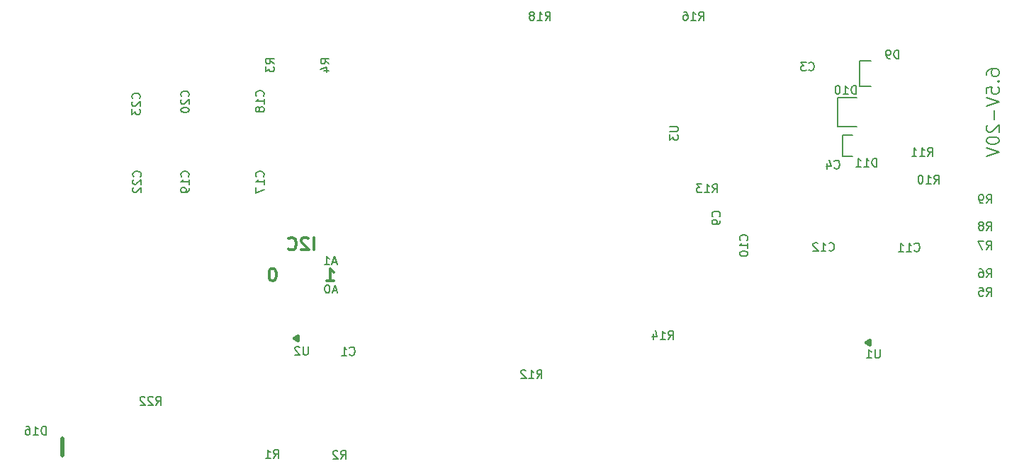
<source format=gbr>
G04 #@! TF.FileFunction,Legend,Bot*
%FSLAX46Y46*%
G04 Gerber Fmt 4.6, Leading zero omitted, Abs format (unit mm)*
G04 Created by KiCad (PCBNEW 4.0.7) date 10/27/17 21:20:44*
%MOMM*%
%LPD*%
G01*
G04 APERTURE LIST*
%ADD10C,0.100000*%
%ADD11C,0.200000*%
%ADD12C,0.300000*%
%ADD13C,0.500000*%
%ADD14C,0.400000*%
%ADD15C,0.150000*%
%ADD16R,1.620000X2.020000*%
%ADD17C,3.620000*%
%ADD18R,1.670000X1.670000*%
%ADD19O,1.670000X1.670000*%
%ADD20R,3.820000X3.820000*%
%ADD21R,1.320000X1.570000*%
%ADD22R,1.570000X1.320000*%
%ADD23R,2.740000X5.400000*%
%ADD24R,2.320000X2.920000*%
%ADD25O,2.320000X2.920000*%
%ADD26O,2.240000X2.840000*%
%ADD27R,2.820000X2.120000*%
%ADD28R,3.870000X0.920000*%
%ADD29R,3.820000X0.920000*%
%ADD30R,4.920000X1.420000*%
%ADD31R,10.730000X11.120000*%
%ADD32C,3.320000*%
%ADD33C,2.320000*%
%ADD34R,2.020000X2.020000*%
%ADD35O,2.020000X2.020000*%
%ADD36R,1.020000X1.620000*%
G04 APERTURE END LIST*
D10*
D11*
X210100171Y-79899430D02*
X210100171Y-79613716D01*
X210171600Y-79470859D01*
X210243029Y-79399430D01*
X210457314Y-79256573D01*
X210743029Y-79185144D01*
X211314457Y-79185144D01*
X211457314Y-79256573D01*
X211528743Y-79328001D01*
X211600171Y-79470859D01*
X211600171Y-79756573D01*
X211528743Y-79899430D01*
X211457314Y-79970859D01*
X211314457Y-80042287D01*
X210957314Y-80042287D01*
X210814457Y-79970859D01*
X210743029Y-79899430D01*
X210671600Y-79756573D01*
X210671600Y-79470859D01*
X210743029Y-79328001D01*
X210814457Y-79256573D01*
X210957314Y-79185144D01*
X211457314Y-80685144D02*
X211528743Y-80756572D01*
X211600171Y-80685144D01*
X211528743Y-80613715D01*
X211457314Y-80685144D01*
X211600171Y-80685144D01*
X210100171Y-82113716D02*
X210100171Y-81399430D01*
X210814457Y-81328001D01*
X210743029Y-81399430D01*
X210671600Y-81542287D01*
X210671600Y-81899430D01*
X210743029Y-82042287D01*
X210814457Y-82113716D01*
X210957314Y-82185144D01*
X211314457Y-82185144D01*
X211457314Y-82113716D01*
X211528743Y-82042287D01*
X211600171Y-81899430D01*
X211600171Y-81542287D01*
X211528743Y-81399430D01*
X211457314Y-81328001D01*
X210100171Y-82613715D02*
X211600171Y-83113715D01*
X210100171Y-83613715D01*
X211028743Y-84113715D02*
X211028743Y-85256572D01*
X210243029Y-85899429D02*
X210171600Y-85970858D01*
X210100171Y-86113715D01*
X210100171Y-86470858D01*
X210171600Y-86613715D01*
X210243029Y-86685144D01*
X210385886Y-86756572D01*
X210528743Y-86756572D01*
X210743029Y-86685144D01*
X211600171Y-85828001D01*
X211600171Y-86756572D01*
X210100171Y-87685143D02*
X210100171Y-87828000D01*
X210171600Y-87970857D01*
X210243029Y-88042286D01*
X210385886Y-88113715D01*
X210671600Y-88185143D01*
X211028743Y-88185143D01*
X211314457Y-88113715D01*
X211457314Y-88042286D01*
X211528743Y-87970857D01*
X211600171Y-87828000D01*
X211600171Y-87685143D01*
X211528743Y-87542286D01*
X211457314Y-87470857D01*
X211314457Y-87399429D01*
X211028743Y-87328000D01*
X210671600Y-87328000D01*
X210385886Y-87399429D01*
X210243029Y-87470857D01*
X210171600Y-87542286D01*
X210100171Y-87685143D01*
X210100171Y-88613714D02*
X211600171Y-89113714D01*
X210100171Y-89613714D01*
X192278000Y-86055200D02*
X194564000Y-86055200D01*
X192278000Y-82600800D02*
X192278000Y-86055200D01*
X194564000Y-82600800D02*
X192278000Y-82600800D01*
X192938400Y-89662000D02*
X194056000Y-89662000D01*
X192938400Y-87122000D02*
X192938400Y-89662000D01*
X194056000Y-87122000D02*
X192938400Y-87122000D01*
X194970400Y-81280000D02*
X196291200Y-81280000D01*
X194970400Y-81229200D02*
X194970400Y-81280000D01*
X194970400Y-78232000D02*
X194970400Y-81229200D01*
X196291200Y-78232000D02*
X194970400Y-78232000D01*
D12*
X129734285Y-100856171D02*
X129734285Y-99356171D01*
X129091428Y-99499029D02*
X129019999Y-99427600D01*
X128877142Y-99356171D01*
X128519999Y-99356171D01*
X128377142Y-99427600D01*
X128305713Y-99499029D01*
X128234285Y-99641886D01*
X128234285Y-99784743D01*
X128305713Y-99999029D01*
X129162856Y-100856171D01*
X128234285Y-100856171D01*
X126734285Y-100713314D02*
X126805714Y-100784743D01*
X127020000Y-100856171D01*
X127162857Y-100856171D01*
X127377142Y-100784743D01*
X127520000Y-100641886D01*
X127591428Y-100499029D01*
X127662857Y-100213314D01*
X127662857Y-99999029D01*
X127591428Y-99713314D01*
X127520000Y-99570457D01*
X127377142Y-99427600D01*
X127162857Y-99356171D01*
X127020000Y-99356171D01*
X126805714Y-99427600D01*
X126734285Y-99499029D01*
X131295828Y-104564571D02*
X132152971Y-104564571D01*
X131724399Y-104564571D02*
X131724399Y-103064571D01*
X131867256Y-103278857D01*
X132010114Y-103421714D01*
X132152971Y-103493143D01*
X124744172Y-103064571D02*
X124887029Y-103064571D01*
X125029886Y-103136000D01*
X125101315Y-103207429D01*
X125172744Y-103350286D01*
X125244172Y-103636000D01*
X125244172Y-103993143D01*
X125172744Y-104278857D01*
X125101315Y-104421714D01*
X125029886Y-104493143D01*
X124887029Y-104564571D01*
X124744172Y-104564571D01*
X124601315Y-104493143D01*
X124529886Y-104421714D01*
X124458458Y-104278857D01*
X124387029Y-103993143D01*
X124387029Y-103636000D01*
X124458458Y-103350286D01*
X124529886Y-103207429D01*
X124601315Y-103136000D01*
X124744172Y-103064571D01*
D13*
X99705000Y-123460000D02*
X99705000Y-125460000D01*
D14*
X127381000Y-111379000D02*
X127762000Y-111633000D01*
X127762000Y-111633000D02*
X127762000Y-111125000D01*
X127762000Y-111125000D02*
X127381000Y-111379000D01*
X127381000Y-111379000D02*
X127635000Y-111379000D01*
X195707000Y-111887000D02*
X196088000Y-112141000D01*
X196088000Y-112141000D02*
X196088000Y-111633000D01*
X196088000Y-111633000D02*
X195707000Y-111887000D01*
X195707000Y-111887000D02*
X195961000Y-111887000D01*
D11*
X97734286Y-122981981D02*
X97734286Y-121981981D01*
X97496191Y-121981981D01*
X97353333Y-122029600D01*
X97258095Y-122124838D01*
X97210476Y-122220076D01*
X97162857Y-122410552D01*
X97162857Y-122553410D01*
X97210476Y-122743886D01*
X97258095Y-122839124D01*
X97353333Y-122934362D01*
X97496191Y-122981981D01*
X97734286Y-122981981D01*
X96210476Y-122981981D02*
X96781905Y-122981981D01*
X96496191Y-122981981D02*
X96496191Y-121981981D01*
X96591429Y-122124838D01*
X96686667Y-122220076D01*
X96781905Y-122267695D01*
X95353333Y-121981981D02*
X95543810Y-121981981D01*
X95639048Y-122029600D01*
X95686667Y-122077219D01*
X95781905Y-122220076D01*
X95829524Y-122410552D01*
X95829524Y-122791505D01*
X95781905Y-122886743D01*
X95734286Y-122934362D01*
X95639048Y-122981981D01*
X95448571Y-122981981D01*
X95353333Y-122934362D01*
X95305714Y-122886743D01*
X95258095Y-122791505D01*
X95258095Y-122553410D01*
X95305714Y-122458171D01*
X95353333Y-122410552D01*
X95448571Y-122362933D01*
X95639048Y-122362933D01*
X95734286Y-122410552D01*
X95781905Y-122458171D01*
X95829524Y-122553410D01*
X134024666Y-113387143D02*
X134072285Y-113434762D01*
X134215142Y-113482381D01*
X134310380Y-113482381D01*
X134453238Y-113434762D01*
X134548476Y-113339524D01*
X134596095Y-113244286D01*
X134643714Y-113053810D01*
X134643714Y-112910952D01*
X134596095Y-112720476D01*
X134548476Y-112625238D01*
X134453238Y-112530000D01*
X134310380Y-112482381D01*
X134215142Y-112482381D01*
X134072285Y-112530000D01*
X134024666Y-112577619D01*
X133072285Y-113482381D02*
X133643714Y-113482381D01*
X133358000Y-113482381D02*
X133358000Y-112482381D01*
X133453238Y-112625238D01*
X133548476Y-112720476D01*
X133643714Y-112768095D01*
X188888666Y-79300343D02*
X188936285Y-79347962D01*
X189079142Y-79395581D01*
X189174380Y-79395581D01*
X189317238Y-79347962D01*
X189412476Y-79252724D01*
X189460095Y-79157486D01*
X189507714Y-78967010D01*
X189507714Y-78824152D01*
X189460095Y-78633676D01*
X189412476Y-78538438D01*
X189317238Y-78443200D01*
X189174380Y-78395581D01*
X189079142Y-78395581D01*
X188936285Y-78443200D01*
X188888666Y-78490819D01*
X188555333Y-78395581D02*
X187936285Y-78395581D01*
X188269619Y-78776533D01*
X188126761Y-78776533D01*
X188031523Y-78824152D01*
X187983904Y-78871771D01*
X187936285Y-78967010D01*
X187936285Y-79205105D01*
X187983904Y-79300343D01*
X188031523Y-79347962D01*
X188126761Y-79395581D01*
X188412476Y-79395581D01*
X188507714Y-79347962D01*
X188555333Y-79300343D01*
X191936666Y-91035143D02*
X191984285Y-91082762D01*
X192127142Y-91130381D01*
X192222380Y-91130381D01*
X192365238Y-91082762D01*
X192460476Y-90987524D01*
X192508095Y-90892286D01*
X192555714Y-90701810D01*
X192555714Y-90558952D01*
X192508095Y-90368476D01*
X192460476Y-90273238D01*
X192365238Y-90178000D01*
X192222380Y-90130381D01*
X192127142Y-90130381D01*
X191984285Y-90178000D01*
X191936666Y-90225619D01*
X191079523Y-90463714D02*
X191079523Y-91130381D01*
X191317619Y-90082762D02*
X191555714Y-90797048D01*
X190936666Y-90797048D01*
X178207943Y-96861334D02*
X178255562Y-96813715D01*
X178303181Y-96670858D01*
X178303181Y-96575620D01*
X178255562Y-96432762D01*
X178160324Y-96337524D01*
X178065086Y-96289905D01*
X177874610Y-96242286D01*
X177731752Y-96242286D01*
X177541276Y-96289905D01*
X177446038Y-96337524D01*
X177350800Y-96432762D01*
X177303181Y-96575620D01*
X177303181Y-96670858D01*
X177350800Y-96813715D01*
X177398419Y-96861334D01*
X178303181Y-97337524D02*
X178303181Y-97528000D01*
X178255562Y-97623239D01*
X178207943Y-97670858D01*
X178065086Y-97766096D01*
X177874610Y-97813715D01*
X177493657Y-97813715D01*
X177398419Y-97766096D01*
X177350800Y-97718477D01*
X177303181Y-97623239D01*
X177303181Y-97432762D01*
X177350800Y-97337524D01*
X177398419Y-97289905D01*
X177493657Y-97242286D01*
X177731752Y-97242286D01*
X177826990Y-97289905D01*
X177874610Y-97337524D01*
X177922229Y-97432762D01*
X177922229Y-97623239D01*
X177874610Y-97718477D01*
X177826990Y-97766096D01*
X177731752Y-97813715D01*
X181509943Y-99687143D02*
X181557562Y-99639524D01*
X181605181Y-99496667D01*
X181605181Y-99401429D01*
X181557562Y-99258571D01*
X181462324Y-99163333D01*
X181367086Y-99115714D01*
X181176610Y-99068095D01*
X181033752Y-99068095D01*
X180843276Y-99115714D01*
X180748038Y-99163333D01*
X180652800Y-99258571D01*
X180605181Y-99401429D01*
X180605181Y-99496667D01*
X180652800Y-99639524D01*
X180700419Y-99687143D01*
X181605181Y-100639524D02*
X181605181Y-100068095D01*
X181605181Y-100353809D02*
X180605181Y-100353809D01*
X180748038Y-100258571D01*
X180843276Y-100163333D01*
X180890895Y-100068095D01*
X180605181Y-101258571D02*
X180605181Y-101353810D01*
X180652800Y-101449048D01*
X180700419Y-101496667D01*
X180795657Y-101544286D01*
X180986133Y-101591905D01*
X181224229Y-101591905D01*
X181414705Y-101544286D01*
X181509943Y-101496667D01*
X181557562Y-101449048D01*
X181605181Y-101353810D01*
X181605181Y-101258571D01*
X181557562Y-101163333D01*
X181509943Y-101115714D01*
X181414705Y-101068095D01*
X181224229Y-101020476D01*
X180986133Y-101020476D01*
X180795657Y-101068095D01*
X180700419Y-101115714D01*
X180652800Y-101163333D01*
X180605181Y-101258571D01*
X201506057Y-100941143D02*
X201553676Y-100988762D01*
X201696533Y-101036381D01*
X201791771Y-101036381D01*
X201934629Y-100988762D01*
X202029867Y-100893524D01*
X202077486Y-100798286D01*
X202125105Y-100607810D01*
X202125105Y-100464952D01*
X202077486Y-100274476D01*
X202029867Y-100179238D01*
X201934629Y-100084000D01*
X201791771Y-100036381D01*
X201696533Y-100036381D01*
X201553676Y-100084000D01*
X201506057Y-100131619D01*
X200553676Y-101036381D02*
X201125105Y-101036381D01*
X200839391Y-101036381D02*
X200839391Y-100036381D01*
X200934629Y-100179238D01*
X201029867Y-100274476D01*
X201125105Y-100322095D01*
X199601295Y-101036381D02*
X200172724Y-101036381D01*
X199887010Y-101036381D02*
X199887010Y-100036381D01*
X199982248Y-100179238D01*
X200077486Y-100274476D01*
X200172724Y-100322095D01*
X191295257Y-100890343D02*
X191342876Y-100937962D01*
X191485733Y-100985581D01*
X191580971Y-100985581D01*
X191723829Y-100937962D01*
X191819067Y-100842724D01*
X191866686Y-100747486D01*
X191914305Y-100557010D01*
X191914305Y-100414152D01*
X191866686Y-100223676D01*
X191819067Y-100128438D01*
X191723829Y-100033200D01*
X191580971Y-99985581D01*
X191485733Y-99985581D01*
X191342876Y-100033200D01*
X191295257Y-100080819D01*
X190342876Y-100985581D02*
X190914305Y-100985581D01*
X190628591Y-100985581D02*
X190628591Y-99985581D01*
X190723829Y-100128438D01*
X190819067Y-100223676D01*
X190914305Y-100271295D01*
X189961924Y-100080819D02*
X189914305Y-100033200D01*
X189819067Y-99985581D01*
X189580971Y-99985581D01*
X189485733Y-100033200D01*
X189438114Y-100080819D01*
X189390495Y-100176057D01*
X189390495Y-100271295D01*
X189438114Y-100414152D01*
X190009543Y-100985581D01*
X189390495Y-100985581D01*
X123699543Y-92067143D02*
X123747162Y-92019524D01*
X123794781Y-91876667D01*
X123794781Y-91781429D01*
X123747162Y-91638571D01*
X123651924Y-91543333D01*
X123556686Y-91495714D01*
X123366210Y-91448095D01*
X123223352Y-91448095D01*
X123032876Y-91495714D01*
X122937638Y-91543333D01*
X122842400Y-91638571D01*
X122794781Y-91781429D01*
X122794781Y-91876667D01*
X122842400Y-92019524D01*
X122890019Y-92067143D01*
X123794781Y-93019524D02*
X123794781Y-92448095D01*
X123794781Y-92733809D02*
X122794781Y-92733809D01*
X122937638Y-92638571D01*
X123032876Y-92543333D01*
X123080495Y-92448095D01*
X122794781Y-93352857D02*
X122794781Y-94019524D01*
X123794781Y-93590952D01*
X123699543Y-82415143D02*
X123747162Y-82367524D01*
X123794781Y-82224667D01*
X123794781Y-82129429D01*
X123747162Y-81986571D01*
X123651924Y-81891333D01*
X123556686Y-81843714D01*
X123366210Y-81796095D01*
X123223352Y-81796095D01*
X123032876Y-81843714D01*
X122937638Y-81891333D01*
X122842400Y-81986571D01*
X122794781Y-82129429D01*
X122794781Y-82224667D01*
X122842400Y-82367524D01*
X122890019Y-82415143D01*
X123794781Y-83367524D02*
X123794781Y-82796095D01*
X123794781Y-83081809D02*
X122794781Y-83081809D01*
X122937638Y-82986571D01*
X123032876Y-82891333D01*
X123080495Y-82796095D01*
X123223352Y-83938952D02*
X123175733Y-83843714D01*
X123128114Y-83796095D01*
X123032876Y-83748476D01*
X122985257Y-83748476D01*
X122890019Y-83796095D01*
X122842400Y-83843714D01*
X122794781Y-83938952D01*
X122794781Y-84129429D01*
X122842400Y-84224667D01*
X122890019Y-84272286D01*
X122985257Y-84319905D01*
X123032876Y-84319905D01*
X123128114Y-84272286D01*
X123175733Y-84224667D01*
X123223352Y-84129429D01*
X123223352Y-83938952D01*
X123270971Y-83843714D01*
X123318590Y-83796095D01*
X123413829Y-83748476D01*
X123604305Y-83748476D01*
X123699543Y-83796095D01*
X123747162Y-83843714D01*
X123794781Y-83938952D01*
X123794781Y-84129429D01*
X123747162Y-84224667D01*
X123699543Y-84272286D01*
X123604305Y-84319905D01*
X123413829Y-84319905D01*
X123318590Y-84272286D01*
X123270971Y-84224667D01*
X123223352Y-84129429D01*
X114758743Y-92067143D02*
X114806362Y-92019524D01*
X114853981Y-91876667D01*
X114853981Y-91781429D01*
X114806362Y-91638571D01*
X114711124Y-91543333D01*
X114615886Y-91495714D01*
X114425410Y-91448095D01*
X114282552Y-91448095D01*
X114092076Y-91495714D01*
X113996838Y-91543333D01*
X113901600Y-91638571D01*
X113853981Y-91781429D01*
X113853981Y-91876667D01*
X113901600Y-92019524D01*
X113949219Y-92067143D01*
X114853981Y-93019524D02*
X114853981Y-92448095D01*
X114853981Y-92733809D02*
X113853981Y-92733809D01*
X113996838Y-92638571D01*
X114092076Y-92543333D01*
X114139695Y-92448095D01*
X114853981Y-93495714D02*
X114853981Y-93686190D01*
X114806362Y-93781429D01*
X114758743Y-93829048D01*
X114615886Y-93924286D01*
X114425410Y-93971905D01*
X114044457Y-93971905D01*
X113949219Y-93924286D01*
X113901600Y-93876667D01*
X113853981Y-93781429D01*
X113853981Y-93590952D01*
X113901600Y-93495714D01*
X113949219Y-93448095D01*
X114044457Y-93400476D01*
X114282552Y-93400476D01*
X114377790Y-93448095D01*
X114425410Y-93495714D01*
X114473029Y-93590952D01*
X114473029Y-93781429D01*
X114425410Y-93876667D01*
X114377790Y-93924286D01*
X114282552Y-93971905D01*
X114758743Y-82465943D02*
X114806362Y-82418324D01*
X114853981Y-82275467D01*
X114853981Y-82180229D01*
X114806362Y-82037371D01*
X114711124Y-81942133D01*
X114615886Y-81894514D01*
X114425410Y-81846895D01*
X114282552Y-81846895D01*
X114092076Y-81894514D01*
X113996838Y-81942133D01*
X113901600Y-82037371D01*
X113853981Y-82180229D01*
X113853981Y-82275467D01*
X113901600Y-82418324D01*
X113949219Y-82465943D01*
X113949219Y-82846895D02*
X113901600Y-82894514D01*
X113853981Y-82989752D01*
X113853981Y-83227848D01*
X113901600Y-83323086D01*
X113949219Y-83370705D01*
X114044457Y-83418324D01*
X114139695Y-83418324D01*
X114282552Y-83370705D01*
X114853981Y-82799276D01*
X114853981Y-83418324D01*
X113853981Y-84037371D02*
X113853981Y-84132610D01*
X113901600Y-84227848D01*
X113949219Y-84275467D01*
X114044457Y-84323086D01*
X114234933Y-84370705D01*
X114473029Y-84370705D01*
X114663505Y-84323086D01*
X114758743Y-84275467D01*
X114806362Y-84227848D01*
X114853981Y-84132610D01*
X114853981Y-84037371D01*
X114806362Y-83942133D01*
X114758743Y-83894514D01*
X114663505Y-83846895D01*
X114473029Y-83799276D01*
X114234933Y-83799276D01*
X114044457Y-83846895D01*
X113949219Y-83894514D01*
X113901600Y-83942133D01*
X113853981Y-84037371D01*
X109018343Y-92067143D02*
X109065962Y-92019524D01*
X109113581Y-91876667D01*
X109113581Y-91781429D01*
X109065962Y-91638571D01*
X108970724Y-91543333D01*
X108875486Y-91495714D01*
X108685010Y-91448095D01*
X108542152Y-91448095D01*
X108351676Y-91495714D01*
X108256438Y-91543333D01*
X108161200Y-91638571D01*
X108113581Y-91781429D01*
X108113581Y-91876667D01*
X108161200Y-92019524D01*
X108208819Y-92067143D01*
X108208819Y-92448095D02*
X108161200Y-92495714D01*
X108113581Y-92590952D01*
X108113581Y-92829048D01*
X108161200Y-92924286D01*
X108208819Y-92971905D01*
X108304057Y-93019524D01*
X108399295Y-93019524D01*
X108542152Y-92971905D01*
X109113581Y-92400476D01*
X109113581Y-93019524D01*
X108208819Y-93400476D02*
X108161200Y-93448095D01*
X108113581Y-93543333D01*
X108113581Y-93781429D01*
X108161200Y-93876667D01*
X108208819Y-93924286D01*
X108304057Y-93971905D01*
X108399295Y-93971905D01*
X108542152Y-93924286D01*
X109113581Y-93352857D01*
X109113581Y-93971905D01*
X108916743Y-82719943D02*
X108964362Y-82672324D01*
X109011981Y-82529467D01*
X109011981Y-82434229D01*
X108964362Y-82291371D01*
X108869124Y-82196133D01*
X108773886Y-82148514D01*
X108583410Y-82100895D01*
X108440552Y-82100895D01*
X108250076Y-82148514D01*
X108154838Y-82196133D01*
X108059600Y-82291371D01*
X108011981Y-82434229D01*
X108011981Y-82529467D01*
X108059600Y-82672324D01*
X108107219Y-82719943D01*
X108107219Y-83100895D02*
X108059600Y-83148514D01*
X108011981Y-83243752D01*
X108011981Y-83481848D01*
X108059600Y-83577086D01*
X108107219Y-83624705D01*
X108202457Y-83672324D01*
X108297695Y-83672324D01*
X108440552Y-83624705D01*
X109011981Y-83053276D01*
X109011981Y-83672324D01*
X108011981Y-84005657D02*
X108011981Y-84624705D01*
X108392933Y-84291371D01*
X108392933Y-84434229D01*
X108440552Y-84529467D01*
X108488171Y-84577086D01*
X108583410Y-84624705D01*
X108821505Y-84624705D01*
X108916743Y-84577086D01*
X108964362Y-84529467D01*
X109011981Y-84434229D01*
X109011981Y-84148514D01*
X108964362Y-84053276D01*
X108916743Y-84005657D01*
X124931466Y-125775981D02*
X125264800Y-125299790D01*
X125502895Y-125775981D02*
X125502895Y-124775981D01*
X125121942Y-124775981D01*
X125026704Y-124823600D01*
X124979085Y-124871219D01*
X124931466Y-124966457D01*
X124931466Y-125109314D01*
X124979085Y-125204552D01*
X125026704Y-125252171D01*
X125121942Y-125299790D01*
X125502895Y-125299790D01*
X123979085Y-125775981D02*
X124550514Y-125775981D01*
X124264800Y-125775981D02*
X124264800Y-124775981D01*
X124360038Y-124918838D01*
X124455276Y-125014076D01*
X124550514Y-125061695D01*
X132957866Y-125877581D02*
X133291200Y-125401390D01*
X133529295Y-125877581D02*
X133529295Y-124877581D01*
X133148342Y-124877581D01*
X133053104Y-124925200D01*
X133005485Y-124972819D01*
X132957866Y-125068057D01*
X132957866Y-125210914D01*
X133005485Y-125306152D01*
X133053104Y-125353771D01*
X133148342Y-125401390D01*
X133529295Y-125401390D01*
X132576914Y-124972819D02*
X132529295Y-124925200D01*
X132434057Y-124877581D01*
X132195961Y-124877581D01*
X132100723Y-124925200D01*
X132053104Y-124972819D01*
X132005485Y-125068057D01*
X132005485Y-125163295D01*
X132053104Y-125306152D01*
X132624533Y-125877581D01*
X132005485Y-125877581D01*
D15*
X125013981Y-78573334D02*
X124537790Y-78240000D01*
X125013981Y-78001905D02*
X124013981Y-78001905D01*
X124013981Y-78382858D01*
X124061600Y-78478096D01*
X124109219Y-78525715D01*
X124204457Y-78573334D01*
X124347314Y-78573334D01*
X124442552Y-78525715D01*
X124490171Y-78478096D01*
X124537790Y-78382858D01*
X124537790Y-78001905D01*
X124013981Y-78906667D02*
X124013981Y-79525715D01*
X124394933Y-79192381D01*
X124394933Y-79335239D01*
X124442552Y-79430477D01*
X124490171Y-79478096D01*
X124585410Y-79525715D01*
X124823505Y-79525715D01*
X124918743Y-79478096D01*
X124966362Y-79430477D01*
X125013981Y-79335239D01*
X125013981Y-79049524D01*
X124966362Y-78954286D01*
X124918743Y-78906667D01*
X131567181Y-78573334D02*
X131090990Y-78240000D01*
X131567181Y-78001905D02*
X130567181Y-78001905D01*
X130567181Y-78382858D01*
X130614800Y-78478096D01*
X130662419Y-78525715D01*
X130757657Y-78573334D01*
X130900514Y-78573334D01*
X130995752Y-78525715D01*
X131043371Y-78478096D01*
X131090990Y-78382858D01*
X131090990Y-78001905D01*
X130900514Y-79430477D02*
X131567181Y-79430477D01*
X130519562Y-79192381D02*
X131233848Y-78954286D01*
X131233848Y-79573334D01*
D11*
X210123066Y-106370381D02*
X210456400Y-105894190D01*
X210694495Y-106370381D02*
X210694495Y-105370381D01*
X210313542Y-105370381D01*
X210218304Y-105418000D01*
X210170685Y-105465619D01*
X210123066Y-105560857D01*
X210123066Y-105703714D01*
X210170685Y-105798952D01*
X210218304Y-105846571D01*
X210313542Y-105894190D01*
X210694495Y-105894190D01*
X209218304Y-105370381D02*
X209694495Y-105370381D01*
X209742114Y-105846571D01*
X209694495Y-105798952D01*
X209599257Y-105751333D01*
X209361161Y-105751333D01*
X209265923Y-105798952D01*
X209218304Y-105846571D01*
X209170685Y-105941810D01*
X209170685Y-106179905D01*
X209218304Y-106275143D01*
X209265923Y-106322762D01*
X209361161Y-106370381D01*
X209599257Y-106370381D01*
X209694495Y-106322762D01*
X209742114Y-106275143D01*
X210123066Y-104135181D02*
X210456400Y-103658990D01*
X210694495Y-104135181D02*
X210694495Y-103135181D01*
X210313542Y-103135181D01*
X210218304Y-103182800D01*
X210170685Y-103230419D01*
X210123066Y-103325657D01*
X210123066Y-103468514D01*
X210170685Y-103563752D01*
X210218304Y-103611371D01*
X210313542Y-103658990D01*
X210694495Y-103658990D01*
X209265923Y-103135181D02*
X209456400Y-103135181D01*
X209551638Y-103182800D01*
X209599257Y-103230419D01*
X209694495Y-103373276D01*
X209742114Y-103563752D01*
X209742114Y-103944705D01*
X209694495Y-104039943D01*
X209646876Y-104087562D01*
X209551638Y-104135181D01*
X209361161Y-104135181D01*
X209265923Y-104087562D01*
X209218304Y-104039943D01*
X209170685Y-103944705D01*
X209170685Y-103706610D01*
X209218304Y-103611371D01*
X209265923Y-103563752D01*
X209361161Y-103516133D01*
X209551638Y-103516133D01*
X209646876Y-103563752D01*
X209694495Y-103611371D01*
X209742114Y-103706610D01*
X210123066Y-100782381D02*
X210456400Y-100306190D01*
X210694495Y-100782381D02*
X210694495Y-99782381D01*
X210313542Y-99782381D01*
X210218304Y-99830000D01*
X210170685Y-99877619D01*
X210123066Y-99972857D01*
X210123066Y-100115714D01*
X210170685Y-100210952D01*
X210218304Y-100258571D01*
X210313542Y-100306190D01*
X210694495Y-100306190D01*
X209789733Y-99782381D02*
X209123066Y-99782381D01*
X209551638Y-100782381D01*
X210123066Y-98496381D02*
X210456400Y-98020190D01*
X210694495Y-98496381D02*
X210694495Y-97496381D01*
X210313542Y-97496381D01*
X210218304Y-97544000D01*
X210170685Y-97591619D01*
X210123066Y-97686857D01*
X210123066Y-97829714D01*
X210170685Y-97924952D01*
X210218304Y-97972571D01*
X210313542Y-98020190D01*
X210694495Y-98020190D01*
X209551638Y-97924952D02*
X209646876Y-97877333D01*
X209694495Y-97829714D01*
X209742114Y-97734476D01*
X209742114Y-97686857D01*
X209694495Y-97591619D01*
X209646876Y-97544000D01*
X209551638Y-97496381D01*
X209361161Y-97496381D01*
X209265923Y-97544000D01*
X209218304Y-97591619D01*
X209170685Y-97686857D01*
X209170685Y-97734476D01*
X209218304Y-97829714D01*
X209265923Y-97877333D01*
X209361161Y-97924952D01*
X209551638Y-97924952D01*
X209646876Y-97972571D01*
X209694495Y-98020190D01*
X209742114Y-98115429D01*
X209742114Y-98305905D01*
X209694495Y-98401143D01*
X209646876Y-98448762D01*
X209551638Y-98496381D01*
X209361161Y-98496381D01*
X209265923Y-98448762D01*
X209218304Y-98401143D01*
X209170685Y-98305905D01*
X209170685Y-98115429D01*
X209218304Y-98020190D01*
X209265923Y-97972571D01*
X209361161Y-97924952D01*
X210123066Y-95245181D02*
X210456400Y-94768990D01*
X210694495Y-95245181D02*
X210694495Y-94245181D01*
X210313542Y-94245181D01*
X210218304Y-94292800D01*
X210170685Y-94340419D01*
X210123066Y-94435657D01*
X210123066Y-94578514D01*
X210170685Y-94673752D01*
X210218304Y-94721371D01*
X210313542Y-94768990D01*
X210694495Y-94768990D01*
X209646876Y-95245181D02*
X209456400Y-95245181D01*
X209361161Y-95197562D01*
X209313542Y-95149943D01*
X209218304Y-95007086D01*
X209170685Y-94816610D01*
X209170685Y-94435657D01*
X209218304Y-94340419D01*
X209265923Y-94292800D01*
X209361161Y-94245181D01*
X209551638Y-94245181D01*
X209646876Y-94292800D01*
X209694495Y-94340419D01*
X209742114Y-94435657D01*
X209742114Y-94673752D01*
X209694495Y-94768990D01*
X209646876Y-94816610D01*
X209551638Y-94864229D01*
X209361161Y-94864229D01*
X209265923Y-94816610D01*
X209218304Y-94768990D01*
X209170685Y-94673752D01*
X203842857Y-92908381D02*
X204176191Y-92432190D01*
X204414286Y-92908381D02*
X204414286Y-91908381D01*
X204033333Y-91908381D01*
X203938095Y-91956000D01*
X203890476Y-92003619D01*
X203842857Y-92098857D01*
X203842857Y-92241714D01*
X203890476Y-92336952D01*
X203938095Y-92384571D01*
X204033333Y-92432190D01*
X204414286Y-92432190D01*
X202890476Y-92908381D02*
X203461905Y-92908381D01*
X203176191Y-92908381D02*
X203176191Y-91908381D01*
X203271429Y-92051238D01*
X203366667Y-92146476D01*
X203461905Y-92194095D01*
X202271429Y-91908381D02*
X202176190Y-91908381D01*
X202080952Y-91956000D01*
X202033333Y-92003619D01*
X201985714Y-92098857D01*
X201938095Y-92289333D01*
X201938095Y-92527429D01*
X201985714Y-92717905D01*
X202033333Y-92813143D01*
X202080952Y-92860762D01*
X202176190Y-92908381D01*
X202271429Y-92908381D01*
X202366667Y-92860762D01*
X202414286Y-92813143D01*
X202461905Y-92717905D01*
X202509524Y-92527429D01*
X202509524Y-92289333D01*
X202461905Y-92098857D01*
X202414286Y-92003619D01*
X202366667Y-91956000D01*
X202271429Y-91908381D01*
X203080857Y-89606381D02*
X203414191Y-89130190D01*
X203652286Y-89606381D02*
X203652286Y-88606381D01*
X203271333Y-88606381D01*
X203176095Y-88654000D01*
X203128476Y-88701619D01*
X203080857Y-88796857D01*
X203080857Y-88939714D01*
X203128476Y-89034952D01*
X203176095Y-89082571D01*
X203271333Y-89130190D01*
X203652286Y-89130190D01*
X202128476Y-89606381D02*
X202699905Y-89606381D01*
X202414191Y-89606381D02*
X202414191Y-88606381D01*
X202509429Y-88749238D01*
X202604667Y-88844476D01*
X202699905Y-88892095D01*
X201176095Y-89606381D02*
X201747524Y-89606381D01*
X201461810Y-89606381D02*
X201461810Y-88606381D01*
X201557048Y-88749238D01*
X201652286Y-88844476D01*
X201747524Y-88892095D01*
X156395657Y-116225581D02*
X156728991Y-115749390D01*
X156967086Y-116225581D02*
X156967086Y-115225581D01*
X156586133Y-115225581D01*
X156490895Y-115273200D01*
X156443276Y-115320819D01*
X156395657Y-115416057D01*
X156395657Y-115558914D01*
X156443276Y-115654152D01*
X156490895Y-115701771D01*
X156586133Y-115749390D01*
X156967086Y-115749390D01*
X155443276Y-116225581D02*
X156014705Y-116225581D01*
X155728991Y-116225581D02*
X155728991Y-115225581D01*
X155824229Y-115368438D01*
X155919467Y-115463676D01*
X156014705Y-115511295D01*
X155062324Y-115320819D02*
X155014705Y-115273200D01*
X154919467Y-115225581D01*
X154681371Y-115225581D01*
X154586133Y-115273200D01*
X154538514Y-115320819D01*
X154490895Y-115416057D01*
X154490895Y-115511295D01*
X154538514Y-115654152D01*
X155109943Y-116225581D01*
X154490895Y-116225581D01*
X177376057Y-93975181D02*
X177709391Y-93498990D01*
X177947486Y-93975181D02*
X177947486Y-92975181D01*
X177566533Y-92975181D01*
X177471295Y-93022800D01*
X177423676Y-93070419D01*
X177376057Y-93165657D01*
X177376057Y-93308514D01*
X177423676Y-93403752D01*
X177471295Y-93451371D01*
X177566533Y-93498990D01*
X177947486Y-93498990D01*
X176423676Y-93975181D02*
X176995105Y-93975181D01*
X176709391Y-93975181D02*
X176709391Y-92975181D01*
X176804629Y-93118038D01*
X176899867Y-93213276D01*
X176995105Y-93260895D01*
X176090343Y-92975181D02*
X175471295Y-92975181D01*
X175804629Y-93356133D01*
X175661771Y-93356133D01*
X175566533Y-93403752D01*
X175518914Y-93451371D01*
X175471295Y-93546610D01*
X175471295Y-93784705D01*
X175518914Y-93879943D01*
X175566533Y-93927562D01*
X175661771Y-93975181D01*
X175947486Y-93975181D01*
X176042724Y-93927562D01*
X176090343Y-93879943D01*
X172092857Y-111551981D02*
X172426191Y-111075790D01*
X172664286Y-111551981D02*
X172664286Y-110551981D01*
X172283333Y-110551981D01*
X172188095Y-110599600D01*
X172140476Y-110647219D01*
X172092857Y-110742457D01*
X172092857Y-110885314D01*
X172140476Y-110980552D01*
X172188095Y-111028171D01*
X172283333Y-111075790D01*
X172664286Y-111075790D01*
X171140476Y-111551981D02*
X171711905Y-111551981D01*
X171426191Y-111551981D02*
X171426191Y-110551981D01*
X171521429Y-110694838D01*
X171616667Y-110790076D01*
X171711905Y-110837695D01*
X170283333Y-110885314D02*
X170283333Y-111551981D01*
X170521429Y-110504362D02*
X170759524Y-111218648D01*
X170140476Y-111218648D01*
X175750457Y-73350381D02*
X176083791Y-72874190D01*
X176321886Y-73350381D02*
X176321886Y-72350381D01*
X175940933Y-72350381D01*
X175845695Y-72398000D01*
X175798076Y-72445619D01*
X175750457Y-72540857D01*
X175750457Y-72683714D01*
X175798076Y-72778952D01*
X175845695Y-72826571D01*
X175940933Y-72874190D01*
X176321886Y-72874190D01*
X174798076Y-73350381D02*
X175369505Y-73350381D01*
X175083791Y-73350381D02*
X175083791Y-72350381D01*
X175179029Y-72493238D01*
X175274267Y-72588476D01*
X175369505Y-72636095D01*
X173940933Y-72350381D02*
X174131410Y-72350381D01*
X174226648Y-72398000D01*
X174274267Y-72445619D01*
X174369505Y-72588476D01*
X174417124Y-72778952D01*
X174417124Y-73159905D01*
X174369505Y-73255143D01*
X174321886Y-73302762D01*
X174226648Y-73350381D01*
X174036171Y-73350381D01*
X173940933Y-73302762D01*
X173893314Y-73255143D01*
X173845695Y-73159905D01*
X173845695Y-72921810D01*
X173893314Y-72826571D01*
X173940933Y-72778952D01*
X174036171Y-72731333D01*
X174226648Y-72731333D01*
X174321886Y-72778952D01*
X174369505Y-72826571D01*
X174417124Y-72921810D01*
X157411657Y-73350381D02*
X157744991Y-72874190D01*
X157983086Y-73350381D02*
X157983086Y-72350381D01*
X157602133Y-72350381D01*
X157506895Y-72398000D01*
X157459276Y-72445619D01*
X157411657Y-72540857D01*
X157411657Y-72683714D01*
X157459276Y-72778952D01*
X157506895Y-72826571D01*
X157602133Y-72874190D01*
X157983086Y-72874190D01*
X156459276Y-73350381D02*
X157030705Y-73350381D01*
X156744991Y-73350381D02*
X156744991Y-72350381D01*
X156840229Y-72493238D01*
X156935467Y-72588476D01*
X157030705Y-72636095D01*
X155887848Y-72778952D02*
X155983086Y-72731333D01*
X156030705Y-72683714D01*
X156078324Y-72588476D01*
X156078324Y-72540857D01*
X156030705Y-72445619D01*
X155983086Y-72398000D01*
X155887848Y-72350381D01*
X155697371Y-72350381D01*
X155602133Y-72398000D01*
X155554514Y-72445619D01*
X155506895Y-72540857D01*
X155506895Y-72588476D01*
X155554514Y-72683714D01*
X155602133Y-72731333D01*
X155697371Y-72778952D01*
X155887848Y-72778952D01*
X155983086Y-72826571D01*
X156030705Y-72874190D01*
X156078324Y-72969429D01*
X156078324Y-73159905D01*
X156030705Y-73255143D01*
X155983086Y-73302762D01*
X155887848Y-73350381D01*
X155697371Y-73350381D01*
X155602133Y-73302762D01*
X155554514Y-73255143D01*
X155506895Y-73159905D01*
X155506895Y-72969429D01*
X155554514Y-72874190D01*
X155602133Y-72826571D01*
X155697371Y-72778952D01*
X110878857Y-119425981D02*
X111212191Y-118949790D01*
X111450286Y-119425981D02*
X111450286Y-118425981D01*
X111069333Y-118425981D01*
X110974095Y-118473600D01*
X110926476Y-118521219D01*
X110878857Y-118616457D01*
X110878857Y-118759314D01*
X110926476Y-118854552D01*
X110974095Y-118902171D01*
X111069333Y-118949790D01*
X111450286Y-118949790D01*
X110497905Y-118521219D02*
X110450286Y-118473600D01*
X110355048Y-118425981D01*
X110116952Y-118425981D01*
X110021714Y-118473600D01*
X109974095Y-118521219D01*
X109926476Y-118616457D01*
X109926476Y-118711695D01*
X109974095Y-118854552D01*
X110545524Y-119425981D01*
X109926476Y-119425981D01*
X109545524Y-118521219D02*
X109497905Y-118473600D01*
X109402667Y-118425981D01*
X109164571Y-118425981D01*
X109069333Y-118473600D01*
X109021714Y-118521219D01*
X108974095Y-118616457D01*
X108974095Y-118711695D01*
X109021714Y-118854552D01*
X109593143Y-119425981D01*
X108974095Y-119425981D01*
X199620095Y-77922381D02*
X199620095Y-76922381D01*
X199382000Y-76922381D01*
X199239142Y-76970000D01*
X199143904Y-77065238D01*
X199096285Y-77160476D01*
X199048666Y-77350952D01*
X199048666Y-77493810D01*
X199096285Y-77684286D01*
X199143904Y-77779524D01*
X199239142Y-77874762D01*
X199382000Y-77922381D01*
X199620095Y-77922381D01*
X198572476Y-77922381D02*
X198382000Y-77922381D01*
X198286761Y-77874762D01*
X198239142Y-77827143D01*
X198143904Y-77684286D01*
X198096285Y-77493810D01*
X198096285Y-77112857D01*
X198143904Y-77017619D01*
X198191523Y-76970000D01*
X198286761Y-76922381D01*
X198477238Y-76922381D01*
X198572476Y-76970000D01*
X198620095Y-77017619D01*
X198667714Y-77112857D01*
X198667714Y-77350952D01*
X198620095Y-77446190D01*
X198572476Y-77493810D01*
X198477238Y-77541429D01*
X198286761Y-77541429D01*
X198191523Y-77493810D01*
X198143904Y-77446190D01*
X198096285Y-77350952D01*
X196997486Y-90876381D02*
X196997486Y-89876381D01*
X196759391Y-89876381D01*
X196616533Y-89924000D01*
X196521295Y-90019238D01*
X196473676Y-90114476D01*
X196426057Y-90304952D01*
X196426057Y-90447810D01*
X196473676Y-90638286D01*
X196521295Y-90733524D01*
X196616533Y-90828762D01*
X196759391Y-90876381D01*
X196997486Y-90876381D01*
X195473676Y-90876381D02*
X196045105Y-90876381D01*
X195759391Y-90876381D02*
X195759391Y-89876381D01*
X195854629Y-90019238D01*
X195949867Y-90114476D01*
X196045105Y-90162095D01*
X194521295Y-90876381D02*
X195092724Y-90876381D01*
X194807010Y-90876381D02*
X194807010Y-89876381D01*
X194902248Y-90019238D01*
X194997486Y-90114476D01*
X195092724Y-90162095D01*
X194508286Y-82189581D02*
X194508286Y-81189581D01*
X194270191Y-81189581D01*
X194127333Y-81237200D01*
X194032095Y-81332438D01*
X193984476Y-81427676D01*
X193936857Y-81618152D01*
X193936857Y-81761010D01*
X193984476Y-81951486D01*
X194032095Y-82046724D01*
X194127333Y-82141962D01*
X194270191Y-82189581D01*
X194508286Y-82189581D01*
X192984476Y-82189581D02*
X193555905Y-82189581D01*
X193270191Y-82189581D02*
X193270191Y-81189581D01*
X193365429Y-81332438D01*
X193460667Y-81427676D01*
X193555905Y-81475295D01*
X192365429Y-81189581D02*
X192270190Y-81189581D01*
X192174952Y-81237200D01*
X192127333Y-81284819D01*
X192079714Y-81380057D01*
X192032095Y-81570533D01*
X192032095Y-81808629D01*
X192079714Y-81999105D01*
X192127333Y-82094343D01*
X192174952Y-82141962D01*
X192270190Y-82189581D01*
X192365429Y-82189581D01*
X192460667Y-82141962D01*
X192508286Y-82094343D01*
X192555905Y-81999105D01*
X192603524Y-81808629D01*
X192603524Y-81570533D01*
X192555905Y-81380057D01*
X192508286Y-81284819D01*
X192460667Y-81237200D01*
X192365429Y-81189581D01*
X129031905Y-112426381D02*
X129031905Y-113235905D01*
X128984286Y-113331143D01*
X128936667Y-113378762D01*
X128841429Y-113426381D01*
X128650952Y-113426381D01*
X128555714Y-113378762D01*
X128508095Y-113331143D01*
X128460476Y-113235905D01*
X128460476Y-112426381D01*
X128031905Y-112521619D02*
X127984286Y-112474000D01*
X127889048Y-112426381D01*
X127650952Y-112426381D01*
X127555714Y-112474000D01*
X127508095Y-112521619D01*
X127460476Y-112616857D01*
X127460476Y-112712095D01*
X127508095Y-112854952D01*
X128079524Y-113426381D01*
X127460476Y-113426381D01*
X197357905Y-112787181D02*
X197357905Y-113596705D01*
X197310286Y-113691943D01*
X197262667Y-113739562D01*
X197167429Y-113787181D01*
X196976952Y-113787181D01*
X196881714Y-113739562D01*
X196834095Y-113691943D01*
X196786476Y-113596705D01*
X196786476Y-112787181D01*
X195786476Y-113787181D02*
X196357905Y-113787181D01*
X196072191Y-113787181D02*
X196072191Y-112787181D01*
X196167429Y-112930038D01*
X196262667Y-113025276D01*
X196357905Y-113072895D01*
X172273981Y-86106095D02*
X173083505Y-86106095D01*
X173178743Y-86153714D01*
X173226362Y-86201333D01*
X173273981Y-86296571D01*
X173273981Y-86487048D01*
X173226362Y-86582286D01*
X173178743Y-86629905D01*
X173083505Y-86677524D01*
X172273981Y-86677524D01*
X172273981Y-87058476D02*
X172273981Y-87677524D01*
X172654933Y-87344190D01*
X172654933Y-87487048D01*
X172702552Y-87582286D01*
X172750171Y-87629905D01*
X172845410Y-87677524D01*
X173083505Y-87677524D01*
X173178743Y-87629905D01*
X173226362Y-87582286D01*
X173273981Y-87487048D01*
X173273981Y-87201333D01*
X173226362Y-87106095D01*
X173178743Y-87058476D01*
D15*
X132489486Y-105729067D02*
X132013295Y-105729067D01*
X132584724Y-106014781D02*
X132251391Y-105014781D01*
X131918057Y-106014781D01*
X131394248Y-105014781D02*
X131299009Y-105014781D01*
X131203771Y-105062400D01*
X131156152Y-105110019D01*
X131108533Y-105205257D01*
X131060914Y-105395733D01*
X131060914Y-105633829D01*
X131108533Y-105824305D01*
X131156152Y-105919543D01*
X131203771Y-105967162D01*
X131299009Y-106014781D01*
X131394248Y-106014781D01*
X131489486Y-105967162D01*
X131537105Y-105919543D01*
X131584724Y-105824305D01*
X131632343Y-105633829D01*
X131632343Y-105395733D01*
X131584724Y-105205257D01*
X131537105Y-105110019D01*
X131489486Y-105062400D01*
X131394248Y-105014781D01*
X132438686Y-102325467D02*
X131962495Y-102325467D01*
X132533924Y-102611181D02*
X132200591Y-101611181D01*
X131867257Y-102611181D01*
X131010114Y-102611181D02*
X131581543Y-102611181D01*
X131295829Y-102611181D02*
X131295829Y-101611181D01*
X131391067Y-101754038D01*
X131486305Y-101849276D01*
X131581543Y-101896895D01*
%LPC*%
D16*
X98270000Y-124460000D03*
X94770000Y-124460000D03*
D17*
X89418000Y-101854000D03*
X89418000Y-114554000D03*
D18*
X183642000Y-96266000D03*
D19*
X185642000Y-96266000D03*
X183642000Y-98266000D03*
X185642000Y-98266000D03*
X183642000Y-100266000D03*
X185642000Y-100266000D03*
X183642000Y-102266000D03*
X185642000Y-102266000D03*
D20*
X201930000Y-84328000D03*
X207930000Y-84328000D03*
X204930000Y-79628000D03*
D21*
X132064000Y-113030000D03*
X130064000Y-113030000D03*
D22*
X188722000Y-82534000D03*
X188722000Y-80534000D03*
X191770000Y-89138000D03*
X191770000Y-87138000D03*
X179578000Y-98028000D03*
X179578000Y-96028000D03*
X181102000Y-98028000D03*
X181102000Y-96028000D03*
D21*
X196612000Y-100584000D03*
X198612000Y-100584000D03*
X195056000Y-100584000D03*
X193056000Y-100584000D03*
D22*
X121666000Y-93710000D03*
X121666000Y-91710000D03*
X121666000Y-84058000D03*
X121666000Y-82058000D03*
X116078000Y-93710000D03*
X116078000Y-91710000D03*
X116078000Y-84058000D03*
X116078000Y-82058000D03*
X110236000Y-93710000D03*
X110236000Y-91710000D03*
X110236000Y-84312000D03*
X110236000Y-82312000D03*
D21*
X128508000Y-125323600D03*
X126508000Y-125323600D03*
D22*
X132842000Y-123936000D03*
X132842000Y-121936000D03*
X126238000Y-79740000D03*
X126238000Y-77740000D03*
X129286000Y-79740000D03*
X129286000Y-77740000D03*
D21*
X208010000Y-105918000D03*
X206010000Y-105918000D03*
X208010000Y-103632000D03*
X206010000Y-103632000D03*
X208010000Y-100330000D03*
X206010000Y-100330000D03*
X208010000Y-98044000D03*
X206010000Y-98044000D03*
X208010000Y-94742000D03*
X206010000Y-94742000D03*
X208010000Y-92456000D03*
X206010000Y-92456000D03*
X207248000Y-89154000D03*
X205248000Y-89154000D03*
X156765500Y-117538500D03*
X154765500Y-117538500D03*
X181086000Y-93472000D03*
X179086000Y-93472000D03*
X170450000Y-112776000D03*
X172450000Y-112776000D03*
D22*
X177546000Y-73898000D03*
X177546000Y-71898000D03*
X159258000Y-73898000D03*
X159258000Y-71898000D03*
D21*
X111236000Y-120650000D03*
X109236000Y-120650000D03*
D23*
X179640000Y-73210000D03*
X170880000Y-73210000D03*
X161352000Y-73210000D03*
X152592000Y-73210000D03*
D24*
X184150000Y-122936000D03*
D25*
X181610000Y-122936000D03*
X179070000Y-122936000D03*
X176530000Y-122936000D03*
D24*
X171450000Y-122936000D03*
D25*
X168910000Y-122936000D03*
X166370000Y-122936000D03*
X163830000Y-122936000D03*
D24*
X143510000Y-122936000D03*
D25*
X140970000Y-122936000D03*
X138430000Y-122936000D03*
X135890000Y-122936000D03*
D24*
X130048000Y-122936000D03*
D26*
X127508000Y-122936000D03*
D25*
X124968000Y-122936000D03*
X122428000Y-122936000D03*
D27*
X196882000Y-79756000D03*
X200882000Y-79756000D03*
D16*
X194084000Y-88392000D03*
X197584000Y-88392000D03*
D27*
X194088000Y-84328000D03*
X198088000Y-84328000D03*
D28*
X124570000Y-111379000D03*
X124570000Y-110109000D03*
X124570000Y-108839000D03*
X124570000Y-107569000D03*
X131970000Y-107569000D03*
X131970000Y-108839000D03*
X131970000Y-110109000D03*
X131970000Y-111379000D03*
D29*
X192896000Y-111887000D03*
X192896000Y-110617000D03*
X192896000Y-109347000D03*
X192896000Y-108077000D03*
X192896000Y-106807000D03*
X192896000Y-105537000D03*
X192896000Y-104267000D03*
X192896000Y-102997000D03*
X200296000Y-102997000D03*
X200296000Y-104267000D03*
X200296000Y-105537000D03*
X200296000Y-106807000D03*
X200296000Y-108077000D03*
X200296000Y-109347000D03*
X200296000Y-110617000D03*
X200296000Y-111887000D03*
D30*
X188220000Y-84328000D03*
X188220000Y-86868000D03*
X188220000Y-89408000D03*
D31*
X179070000Y-86868000D03*
D32*
X207898000Y-123952000D03*
X191898000Y-123952000D03*
D33*
X189992000Y-98298000D03*
X192532000Y-98298000D03*
X195072000Y-98298000D03*
X141986000Y-98679000D03*
X139446000Y-98679000D03*
X136906000Y-98679000D03*
D34*
X209550000Y-74930000D03*
D35*
X209550000Y-72390000D03*
X207010000Y-74930000D03*
X207010000Y-72390000D03*
X204470000Y-74930000D03*
X204470000Y-72390000D03*
X201930000Y-74930000D03*
X201930000Y-72390000D03*
X199390000Y-74930000D03*
X199390000Y-72390000D03*
X196850000Y-74930000D03*
X196850000Y-72390000D03*
X194310000Y-74930000D03*
X194310000Y-72390000D03*
X191770000Y-74930000D03*
X191770000Y-72390000D03*
X189230000Y-74930000D03*
X189230000Y-72390000D03*
X186690000Y-74930000D03*
X186690000Y-72390000D03*
D34*
X209550000Y-118110000D03*
D35*
X209550000Y-115570000D03*
X207010000Y-118110000D03*
X207010000Y-115570000D03*
X204470000Y-118110000D03*
X204470000Y-115570000D03*
X201930000Y-118110000D03*
X201930000Y-115570000D03*
X199390000Y-118110000D03*
X199390000Y-115570000D03*
X196850000Y-118110000D03*
X196850000Y-115570000D03*
X194310000Y-118110000D03*
X194310000Y-115570000D03*
X191770000Y-118110000D03*
X191770000Y-115570000D03*
X189230000Y-118110000D03*
X189230000Y-115570000D03*
X186690000Y-118110000D03*
X186690000Y-115570000D03*
D34*
X146050000Y-118110000D03*
D35*
X146050000Y-115570000D03*
X143510000Y-118110000D03*
X143510000Y-115570000D03*
X140970000Y-118110000D03*
X140970000Y-115570000D03*
X138430000Y-118110000D03*
X138430000Y-115570000D03*
X135890000Y-118110000D03*
X135890000Y-115570000D03*
X133350000Y-118110000D03*
X133350000Y-115570000D03*
X130810000Y-118110000D03*
X130810000Y-115570000D03*
X128270000Y-118110000D03*
X128270000Y-115570000D03*
X125730000Y-118110000D03*
X125730000Y-115570000D03*
X123190000Y-118110000D03*
X123190000Y-115570000D03*
D34*
X146050000Y-74930000D03*
D35*
X146050000Y-72390000D03*
X143510000Y-74930000D03*
X143510000Y-72390000D03*
X140970000Y-74930000D03*
X140970000Y-72390000D03*
X138430000Y-74930000D03*
X138430000Y-72390000D03*
X135890000Y-74930000D03*
X135890000Y-72390000D03*
X133350000Y-74930000D03*
X133350000Y-72390000D03*
X130810000Y-74930000D03*
X130810000Y-72390000D03*
X128270000Y-74930000D03*
X128270000Y-72390000D03*
X125730000Y-74930000D03*
X125730000Y-72390000D03*
X123190000Y-74930000D03*
X123190000Y-72390000D03*
D36*
X126370000Y-104902000D03*
X128270000Y-104902000D03*
X130170000Y-104902000D03*
X126370000Y-102870000D03*
X128270000Y-102870000D03*
X130170000Y-102870000D03*
M02*

</source>
